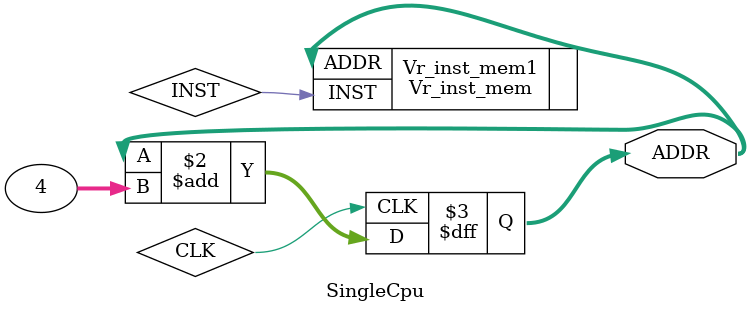
<source format=v>
module SingleCpu(ADDR);
    reg CLK;
    output reg [31:0] ADDR;


    Vr_inst_mem Vr_inst_mem1(.ADDR(ADDR), .INST(INST));




    

    always @(posedge CLK) begin
        ADDR = ADDR + 4;
    end




endmodule
</source>
